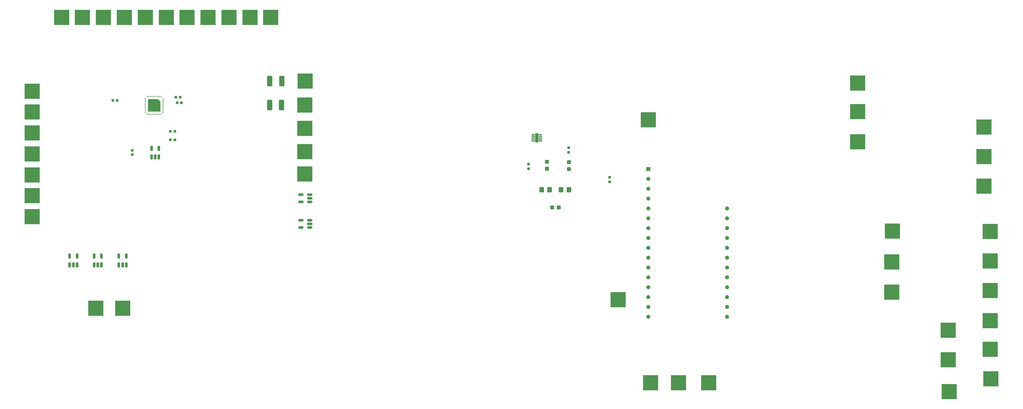
<source format=gbr>
%TF.GenerationSoftware,KiCad,Pcbnew,8.0.6*%
%TF.CreationDate,2025-04-07T11:26:50-07:00*%
%TF.ProjectId,csi_project,6373695f-7072-46f6-9a65-63742e6b6963,rev?*%
%TF.SameCoordinates,Original*%
%TF.FileFunction,Soldermask,Top*%
%TF.FilePolarity,Negative*%
%FSLAX46Y46*%
G04 Gerber Fmt 4.6, Leading zero omitted, Abs format (unit mm)*
G04 Created by KiCad (PCBNEW 8.0.6) date 2025-04-07 11:26:50*
%MOMM*%
%LPD*%
G01*
G04 APERTURE LIST*
G04 Aperture macros list*
%AMRoundRect*
0 Rectangle with rounded corners*
0 $1 Rounding radius*
0 $2 $3 $4 $5 $6 $7 $8 $9 X,Y pos of 4 corners*
0 Add a 4 corners polygon primitive as box body*
4,1,4,$2,$3,$4,$5,$6,$7,$8,$9,$2,$3,0*
0 Add four circle primitives for the rounded corners*
1,1,$1+$1,$2,$3*
1,1,$1+$1,$4,$5*
1,1,$1+$1,$6,$7*
1,1,$1+$1,$8,$9*
0 Add four rect primitives between the rounded corners*
20,1,$1+$1,$2,$3,$4,$5,0*
20,1,$1+$1,$4,$5,$6,$7,0*
20,1,$1+$1,$6,$7,$8,$9,0*
20,1,$1+$1,$8,$9,$2,$3,0*%
%AMOutline5P*
0 Free polygon, 5 corners , with rotation*
0 The origin of the aperture is its center*
0 number of corners: always 5*
0 $1 to $10 corner X, Y*
0 $11 Rotation angle, in degrees counterclockwise*
0 create outline with 5 corners*
4,1,5,$1,$2,$3,$4,$5,$6,$7,$8,$9,$10,$1,$2,$11*%
%AMOutline6P*
0 Free polygon, 6 corners , with rotation*
0 The origin of the aperture is its center*
0 number of corners: always 6*
0 $1 to $12 corner X, Y*
0 $13 Rotation angle, in degrees counterclockwise*
0 create outline with 6 corners*
4,1,6,$1,$2,$3,$4,$5,$6,$7,$8,$9,$10,$11,$12,$1,$2,$13*%
%AMOutline7P*
0 Free polygon, 7 corners , with rotation*
0 The origin of the aperture is its center*
0 number of corners: always 7*
0 $1 to $14 corner X, Y*
0 $15 Rotation angle, in degrees counterclockwise*
0 create outline with 7 corners*
4,1,7,$1,$2,$3,$4,$5,$6,$7,$8,$9,$10,$11,$12,$13,$14,$1,$2,$15*%
%AMOutline8P*
0 Free polygon, 8 corners , with rotation*
0 The origin of the aperture is its center*
0 number of corners: always 8*
0 $1 to $16 corner X, Y*
0 $17 Rotation angle, in degrees counterclockwise*
0 create outline with 8 corners*
4,1,8,$1,$2,$3,$4,$5,$6,$7,$8,$9,$10,$11,$12,$13,$14,$15,$16,$1,$2,$17*%
G04 Aperture macros list end*
%ADD10RoundRect,0.150000X0.150000X-0.512500X0.150000X0.512500X-0.150000X0.512500X-0.150000X-0.512500X0*%
%ADD11R,4.000000X4.000000*%
%ADD12RoundRect,0.050000X-0.402400X-0.150000X0.402400X-0.150000X0.402400X0.150000X-0.402400X0.150000X0*%
%ADD13RoundRect,0.102000X-0.305000X-1.100000X0.305000X-1.100000X0.305000X1.100000X-0.305000X1.100000X0*%
%ADD14RoundRect,0.150000X0.512500X0.150000X-0.512500X0.150000X-0.512500X-0.150000X0.512500X-0.150000X0*%
%ADD15RoundRect,0.155000X-0.212500X-0.155000X0.212500X-0.155000X0.212500X0.155000X-0.212500X0.155000X0*%
%ADD16RoundRect,0.237500X0.237500X-0.300000X0.237500X0.300000X-0.237500X0.300000X-0.237500X-0.300000X0*%
%ADD17RoundRect,0.250000X-0.350000X-0.450000X0.350000X-0.450000X0.350000X0.450000X-0.350000X0.450000X0*%
%ADD18RoundRect,0.237500X-0.300000X-0.237500X0.300000X-0.237500X0.300000X0.237500X-0.300000X0.237500X0*%
%ADD19RoundRect,0.155000X0.212500X0.155000X-0.212500X0.155000X-0.212500X-0.155000X0.212500X-0.155000X0*%
%ADD20RoundRect,0.250000X-0.412500X-1.100000X0.412500X-1.100000X0.412500X1.100000X-0.412500X1.100000X0*%
%ADD21RoundRect,0.155000X-0.155000X0.212500X-0.155000X-0.212500X0.155000X-0.212500X0.155000X0.212500X0*%
%ADD22RoundRect,0.155000X0.155000X-0.212500X0.155000X0.212500X-0.155000X0.212500X-0.155000X-0.212500X0*%
%ADD23RoundRect,0.160000X0.160000X-0.197500X0.160000X0.197500X-0.160000X0.197500X-0.160000X-0.197500X0*%
%ADD24RoundRect,0.237500X-0.237500X0.300000X-0.237500X-0.300000X0.237500X-0.300000X0.237500X0.300000X0*%
%ADD25Outline5P,-0.100000X0.160000X0.100000X0.160000X0.100000X-0.160000X-0.060000X-0.160000X-0.100000X-0.120000X0.000000*%
%ADD26R,0.200000X0.320000*%
%ADD27Outline5P,-0.100000X0.160000X0.100000X0.160000X0.100000X-0.120000X0.060000X-0.160000X-0.100000X-0.160000X0.000000*%
%ADD28Outline5P,-0.100000X0.160000X0.060000X0.160000X0.100000X0.120000X0.100000X-0.160000X-0.100000X-0.160000X90.000000*%
%ADD29R,0.320000X0.200000*%
%ADD30Outline5P,-0.100000X0.120000X-0.060000X0.160000X0.100000X0.160000X0.100000X-0.160000X-0.100000X-0.160000X90.000000*%
%ADD31Outline5P,-0.100000X0.160000X0.100000X0.160000X0.100000X-0.160000X-0.060000X-0.160000X-0.100000X-0.120000X180.000000*%
%ADD32Outline5P,-0.100000X0.160000X0.100000X0.160000X0.100000X-0.120000X0.060000X-0.160000X-0.100000X-0.160000X180.000000*%
%ADD33Outline5P,-0.100000X0.160000X0.060000X0.160000X0.100000X0.120000X0.100000X-0.160000X-0.100000X-0.160000X270.000000*%
%ADD34Outline5P,-0.100000X0.120000X-0.060000X0.160000X0.100000X0.160000X0.100000X-0.160000X-0.100000X-0.160000X270.000000*%
%ADD35Outline5P,-1.600000X1.600000X0.960000X1.600000X1.600000X0.960000X1.600000X-1.600000X-1.600000X-1.600000X0.000000*%
%ADD36R,1.041400X1.041400*%
%ADD37C,1.041400*%
G04 APERTURE END LIST*
D10*
%TO.C,U11*%
X41300000Y-92200000D03*
X42250000Y-92200000D03*
X43200000Y-92200000D03*
X43200000Y-89925000D03*
X41300000Y-89925000D03*
%TD*%
D11*
%TO.C,TP68*%
X244640000Y-52680000D03*
%TD*%
D10*
%TO.C,U13*%
X62400000Y-64400000D03*
X63350000Y-64400000D03*
X64300000Y-64400000D03*
X64300000Y-62125000D03*
X62400000Y-62125000D03*
%TD*%
D11*
%TO.C,TP20*%
X71600000Y-28400000D03*
%TD*%
D12*
%TO.C,U1*%
X160895200Y-58700000D03*
X160895200Y-59200000D03*
X160895200Y-59700000D03*
X160895200Y-60200000D03*
X162800000Y-60200000D03*
X162800000Y-59700000D03*
X162800000Y-59200000D03*
X162800000Y-58700000D03*
D13*
X161847600Y-59450000D03*
%TD*%
D11*
%TO.C,TP6*%
X102000000Y-57000000D03*
%TD*%
D14*
%TO.C,U10*%
X103200000Y-76000000D03*
X103200000Y-75050000D03*
X103200000Y-74100000D03*
X100925000Y-74100000D03*
X100925000Y-76000000D03*
%TD*%
D11*
%TO.C,TP16*%
X182800000Y-101200000D03*
%TD*%
%TO.C,TP3*%
X31600000Y-79800000D03*
%TD*%
%TO.C,TP54*%
X278800000Y-114000000D03*
%TD*%
%TO.C,TP8*%
X87800000Y-28400000D03*
%TD*%
%TO.C,TP67*%
X244640000Y-45280000D03*
%TD*%
D15*
%TO.C,C12*%
X67265000Y-60000000D03*
X68400000Y-60000000D03*
%TD*%
D11*
%TO.C,TP14*%
X102000000Y-51000000D03*
%TD*%
D15*
%TO.C,C6*%
X67265000Y-57800000D03*
X68400000Y-57800000D03*
%TD*%
D11*
%TO.C,TP4*%
X102000000Y-68800000D03*
%TD*%
D16*
%TO.C,C16*%
X170137500Y-67462500D03*
X170137500Y-65737500D03*
%TD*%
D17*
%TO.C,R5*%
X163125000Y-72800000D03*
X165125000Y-72800000D03*
%TD*%
%TO.C,R6*%
X168125000Y-72800000D03*
X170125000Y-72800000D03*
%TD*%
D10*
%TO.C,U15*%
X47600000Y-92200000D03*
X48550000Y-92200000D03*
X49500000Y-92200000D03*
X49500000Y-89925000D03*
X47600000Y-89925000D03*
%TD*%
D11*
%TO.C,TP23*%
X55400000Y-28400000D03*
%TD*%
%TO.C,TP59*%
X268040000Y-116680000D03*
%TD*%
D14*
%TO.C,U12*%
X103200000Y-82600000D03*
X103200000Y-81650000D03*
X103200000Y-80700000D03*
X100925000Y-80700000D03*
X100925000Y-82600000D03*
%TD*%
D11*
%TO.C,TP28*%
X31600000Y-58200000D03*
%TD*%
D15*
%TO.C,C13*%
X68665000Y-49000000D03*
X69800000Y-49000000D03*
%TD*%
D11*
%TO.C,TP29*%
X31600000Y-52800000D03*
%TD*%
%TO.C,TP2*%
X31600000Y-74400000D03*
%TD*%
%TO.C,TP1*%
X31600000Y-47400000D03*
%TD*%
%TO.C,TP75*%
X268040000Y-109080000D03*
%TD*%
D18*
%TO.C,C17*%
X165800000Y-77400000D03*
X167525000Y-77400000D03*
%TD*%
D11*
%TO.C,TP17*%
X55000000Y-103400000D03*
%TD*%
%TO.C,TP53*%
X278800000Y-106600000D03*
%TD*%
%TO.C,TP7*%
X93200000Y-28400000D03*
%TD*%
%TO.C,TP63*%
X277240000Y-56680000D03*
%TD*%
%TO.C,TP13*%
X102050000Y-44800000D03*
%TD*%
D19*
%TO.C,C19*%
X53535000Y-49800000D03*
X52400000Y-49800000D03*
%TD*%
D10*
%TO.C,U14*%
X54000000Y-92200000D03*
X54950000Y-92200000D03*
X55900000Y-92200000D03*
X55900000Y-89925000D03*
X54000000Y-89925000D03*
%TD*%
D20*
%TO.C,C9*%
X92875000Y-51000000D03*
X96000000Y-51000000D03*
%TD*%
D11*
%TO.C,TP26*%
X31600000Y-69000000D03*
%TD*%
%TO.C,TP52*%
X278800000Y-98800000D03*
%TD*%
%TO.C,TP62*%
X277240000Y-64280000D03*
%TD*%
D21*
%TO.C,C11*%
X57400000Y-62665000D03*
X57400000Y-63800000D03*
%TD*%
D11*
%TO.C,TP58*%
X268240000Y-124880000D03*
%TD*%
%TO.C,TP74*%
X253440000Y-99280000D03*
%TD*%
D22*
%TO.C,C14*%
X180632500Y-70767500D03*
X180632500Y-69632500D03*
%TD*%
D15*
%TO.C,C18*%
X69000000Y-50400000D03*
X70135000Y-50400000D03*
%TD*%
D11*
%TO.C,TP57*%
X198400000Y-122600000D03*
%TD*%
%TO.C,TP5*%
X102000000Y-63000000D03*
%TD*%
%TO.C,TP25*%
X44600000Y-28400000D03*
%TD*%
%TO.C,TP66*%
X206200000Y-122600000D03*
%TD*%
%TO.C,TP69*%
X244640000Y-60480000D03*
%TD*%
%TO.C,TP55*%
X279000000Y-121600000D03*
%TD*%
D21*
%TO.C,C15*%
X159675000Y-66265000D03*
X159675000Y-67400000D03*
%TD*%
D11*
%TO.C,TP39*%
X278800000Y-83600000D03*
%TD*%
%TO.C,TP64*%
X190600000Y-54800000D03*
%TD*%
%TO.C,TP60*%
X253640000Y-83480000D03*
%TD*%
%TO.C,TP22*%
X60800000Y-28400000D03*
%TD*%
%TO.C,TP73*%
X253440000Y-91480000D03*
%TD*%
%TO.C,TP21*%
X66200000Y-28400000D03*
%TD*%
%TO.C,TP40*%
X278800000Y-91200000D03*
%TD*%
%TO.C,TP27*%
X31600000Y-63600000D03*
%TD*%
D23*
%TO.C,R4*%
X170000000Y-63200000D03*
X170000000Y-62005000D03*
%TD*%
D11*
%TO.C,TP18*%
X82400000Y-28400000D03*
%TD*%
%TO.C,TP19*%
X77000000Y-28400000D03*
%TD*%
%TO.C,TP61*%
X277240000Y-71880000D03*
%TD*%
D24*
%TO.C,C10*%
X164475000Y-65675000D03*
X164475000Y-67400000D03*
%TD*%
D20*
%TO.C,C8*%
X92925000Y-44800000D03*
X96050000Y-44800000D03*
%TD*%
D25*
%TO.C,U2*%
X61300000Y-48810000D03*
X61700000Y-48810000D03*
X62100000Y-48810000D03*
X62500000Y-48810000D03*
D26*
X62900000Y-48810000D03*
X63300000Y-48810000D03*
D27*
X63700000Y-48810000D03*
X64100000Y-48810000D03*
X64500000Y-48810000D03*
X64900000Y-48810000D03*
D28*
X65390000Y-49300000D03*
X65390000Y-49700000D03*
X65390000Y-50100000D03*
X65390000Y-50500000D03*
D29*
X65390000Y-50900000D03*
X65390000Y-51300000D03*
D30*
X65390000Y-51700000D03*
X65390000Y-52100000D03*
X65390000Y-52500000D03*
X65390000Y-52900000D03*
D31*
X64900000Y-53390000D03*
X64500000Y-53390000D03*
X64100000Y-53390000D03*
X63700000Y-53390000D03*
D26*
X63300000Y-53390000D03*
D32*
X62500000Y-53390000D03*
X62100000Y-53390000D03*
X61700000Y-53390000D03*
D26*
X62900000Y-53390000D03*
D32*
X61300000Y-53390000D03*
D33*
X60810000Y-52900000D03*
X60810000Y-52500000D03*
X60810000Y-52100000D03*
X60810000Y-51700000D03*
D29*
X60810000Y-51300000D03*
X60810000Y-50900000D03*
D34*
X60810000Y-50500000D03*
X60810000Y-50100000D03*
X60810000Y-49700000D03*
X60810000Y-49300000D03*
D35*
X63100000Y-51100000D03*
%TD*%
D36*
%TO.C,U16*%
X190640000Y-67480000D03*
D37*
X190640000Y-70020000D03*
X190640000Y-72560000D03*
X190640000Y-75100000D03*
X190640000Y-77640000D03*
X190640000Y-80180000D03*
X190640000Y-82720000D03*
X190640000Y-85260000D03*
X190640000Y-87800000D03*
X190640000Y-90340000D03*
X190640000Y-92880000D03*
X190640000Y-95420000D03*
X190640000Y-97960000D03*
X190640000Y-100500000D03*
X190640000Y-103040000D03*
X190640000Y-105580000D03*
X210960000Y-105580000D03*
X210960000Y-103040000D03*
X210960000Y-100500000D03*
X210960000Y-97960000D03*
X210960000Y-95420000D03*
X210960000Y-92880000D03*
X210960000Y-90340000D03*
X210960000Y-87800000D03*
X210960000Y-85260000D03*
X210960000Y-82720000D03*
X210960000Y-80180000D03*
X210960000Y-77640000D03*
%TD*%
D11*
%TO.C,TP56*%
X191200000Y-122600000D03*
%TD*%
%TO.C,TP38*%
X48000000Y-103400000D03*
%TD*%
%TO.C,TP9*%
X39200000Y-28400000D03*
%TD*%
%TO.C,TP24*%
X50000000Y-28400000D03*
%TD*%
M02*

</source>
